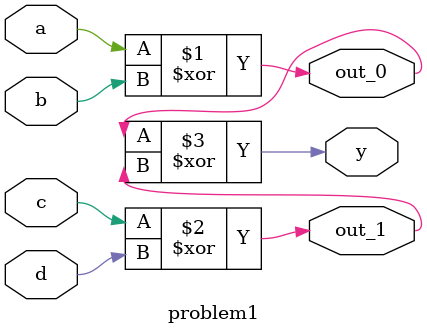
<source format=v>

module problem1(a, b, c, d, out_0, out_1, y);

input a, b, c, d;
output out_0, out_1, y;

assign out_0 = a ^ b;
assign out_1 = c ^ d;
assign y = out_0 ^ out_1;

endmodule

</source>
